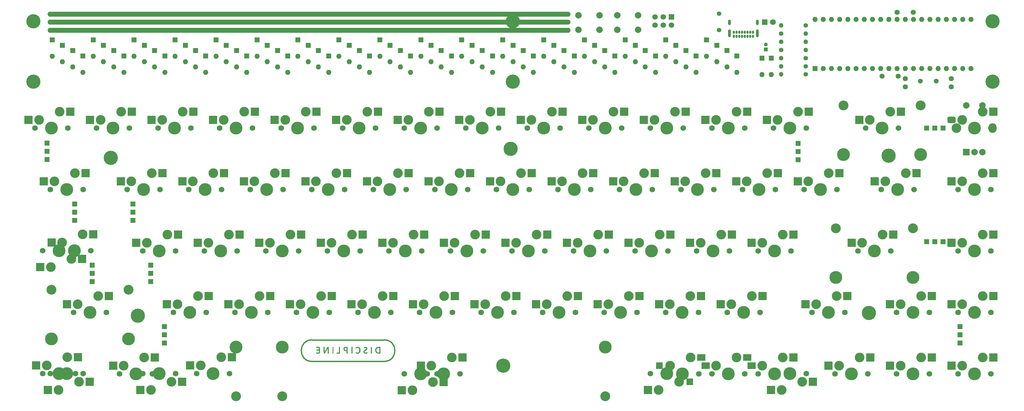
<source format=gbr>
%TF.GenerationSoftware,KiCad,Pcbnew,(6.0.6)*%
%TF.CreationDate,2023-05-08T18:10:17+05:30*%
%TF.ProjectId,discipline-pcb,64697363-6970-46c6-996e-652d7063622e,rev?*%
%TF.SameCoordinates,Original*%
%TF.FileFunction,Soldermask,Bot*%
%TF.FilePolarity,Negative*%
%FSLAX46Y46*%
G04 Gerber Fmt 4.6, Leading zero omitted, Abs format (unit mm)*
G04 Created by KiCad (PCBNEW (6.0.6)) date 2023-05-08 18:10:17*
%MOMM*%
%LPD*%
G01*
G04 APERTURE LIST*
G04 Aperture macros list*
%AMRoundRect*
0 Rectangle with rounded corners*
0 $1 Rounding radius*
0 $2 $3 $4 $5 $6 $7 $8 $9 X,Y pos of 4 corners*
0 Add a 4 corners polygon primitive as box body*
4,1,4,$2,$3,$4,$5,$6,$7,$8,$9,$2,$3,0*
0 Add four circle primitives for the rounded corners*
1,1,$1+$1,$2,$3*
1,1,$1+$1,$4,$5*
1,1,$1+$1,$6,$7*
1,1,$1+$1,$8,$9*
0 Add four rect primitives between the rounded corners*
20,1,$1+$1,$2,$3,$4,$5,0*
20,1,$1+$1,$4,$5,$6,$7,0*
20,1,$1+$1,$6,$7,$8,$9,0*
20,1,$1+$1,$8,$9,$2,$3,0*%
G04 Aperture macros list end*
%ADD10C,1.500000*%
%ADD11C,0.400000*%
%ADD12C,0.010000*%
%ADD13C,3.987800*%
%ADD14C,3.000000*%
%ADD15C,1.750000*%
%ADD16R,2.550000X2.500000*%
%ADD17RoundRect,0.500000X-0.775000X-0.500000X0.775000X-0.500000X0.775000X0.500000X-0.775000X0.500000X0*%
%ADD18C,3.048000*%
%ADD19C,4.400000*%
%ADD20R,1.600000X1.600000*%
%ADD21O,1.600000X1.600000*%
%ADD22C,1.400000*%
%ADD23O,1.400000X1.400000*%
%ADD24C,2.000000*%
%ADD25R,1.800000X1.800000*%
%ADD26C,1.800000*%
%ADD27R,1.200000X1.200000*%
%ADD28C,1.200000*%
%ADD29C,1.600000*%
%ADD30R,2.100000X2.100000*%
%ADD31R,2.550000X2.100000*%
%ADD32O,0.650000X1.000000*%
%ADD33O,0.900000X1.700000*%
%ADD34O,0.900000X2.400000*%
%ADD35C,1.500000*%
%ADD36R,1.700000X1.700000*%
%ADD37C,1.700000*%
%ADD38R,1.524000X1.524000*%
%ADD39R,2.000000X2.000000*%
%ADD40O,3.000000X3.000000*%
%ADD41O,2.500000X3.000000*%
G04 APERTURE END LIST*
D10*
X62883004Y-64469560D02*
X223254308Y-64469560D01*
X62883004Y-59503020D02*
X223254308Y-59503020D01*
X62883004Y-61986290D02*
X223254308Y-61986290D01*
D11*
%TO.C,G\u002A\u002A\u002A*%
X166325144Y-167154210D02*
X144025144Y-167154210D01*
X166305144Y-160474210D02*
X144025144Y-160474210D01*
X166335144Y-167154210D02*
G75*
G03*
X166335144Y-160474210I0J3340000D01*
G01*
X144035144Y-160474210D02*
G75*
G03*
X144035144Y-167154210I0J-3340000D01*
G01*
G36*
X156329656Y-162660967D02*
G01*
X156452085Y-162671099D01*
X156460760Y-163617489D01*
X156461248Y-163673761D01*
X156462669Y-163913418D01*
X156462931Y-164130761D01*
X156462095Y-164317194D01*
X156460224Y-164464122D01*
X156457379Y-164562951D01*
X156453623Y-164605085D01*
X156451013Y-164609863D01*
X156403405Y-164635741D01*
X156322518Y-164646292D01*
X156207226Y-164646292D01*
X156207226Y-162650834D01*
X156329656Y-162660967D01*
G37*
D12*
X156329656Y-162660967D02*
X156452085Y-162671099D01*
X156460760Y-163617489D01*
X156461248Y-163673761D01*
X156462669Y-163913418D01*
X156462931Y-164130761D01*
X156462095Y-164317194D01*
X156460224Y-164464122D01*
X156457379Y-164562951D01*
X156453623Y-164605085D01*
X156451013Y-164609863D01*
X156403405Y-164635741D01*
X156322518Y-164646292D01*
X156207226Y-164646292D01*
X156207226Y-162650834D01*
X156329656Y-162660967D01*
G36*
X147726475Y-162660833D02*
G01*
X147833062Y-162671099D01*
X147865710Y-164246351D01*
X148257483Y-163527999D01*
X148339741Y-163377872D01*
X148445656Y-163186666D01*
X148540674Y-163017470D01*
X148619765Y-162879148D01*
X148677901Y-162780561D01*
X148710050Y-162730572D01*
X148759094Y-162681279D01*
X148821471Y-162660739D01*
X148922261Y-162661298D01*
X149073679Y-162671099D01*
X149082323Y-163660800D01*
X149090966Y-164650501D01*
X148984379Y-164640235D01*
X148877792Y-164629968D01*
X148869054Y-163798057D01*
X148860315Y-162966146D01*
X148417744Y-163765409D01*
X148405926Y-163786732D01*
X148289105Y-163995362D01*
X148180508Y-164185608D01*
X148084740Y-164349678D01*
X148006403Y-164479783D01*
X147950103Y-164568132D01*
X147920441Y-164606936D01*
X147917123Y-164609338D01*
X147844999Y-164634566D01*
X147751442Y-164639583D01*
X147637175Y-164629968D01*
X147628531Y-163640268D01*
X147619887Y-162650567D01*
X147726475Y-162660833D01*
G37*
X147726475Y-162660833D02*
X147833062Y-162671099D01*
X147865710Y-164246351D01*
X148257483Y-163527999D01*
X148339741Y-163377872D01*
X148445656Y-163186666D01*
X148540674Y-163017470D01*
X148619765Y-162879148D01*
X148677901Y-162780561D01*
X148710050Y-162730572D01*
X148759094Y-162681279D01*
X148821471Y-162660739D01*
X148922261Y-162661298D01*
X149073679Y-162671099D01*
X149082323Y-163660800D01*
X149090966Y-164650501D01*
X148984379Y-164640235D01*
X148877792Y-164629968D01*
X148869054Y-163798057D01*
X148860315Y-162966146D01*
X148417744Y-163765409D01*
X148405926Y-163786732D01*
X148289105Y-163995362D01*
X148180508Y-164185608D01*
X148084740Y-164349678D01*
X148006403Y-164479783D01*
X147950103Y-164568132D01*
X147920441Y-164606936D01*
X147917123Y-164609338D01*
X147844999Y-164634566D01*
X147751442Y-164639583D01*
X147637175Y-164629968D01*
X147628531Y-163640268D01*
X147619887Y-162650567D01*
X147726475Y-162660833D01*
G36*
X165112911Y-163673092D02*
G01*
X165114265Y-163913086D01*
X165114372Y-164130992D01*
X165113305Y-164318171D01*
X165111141Y-164465980D01*
X165107953Y-164565780D01*
X165103818Y-164608931D01*
X165096591Y-164617610D01*
X165037341Y-164636671D01*
X164932077Y-164646834D01*
X164794618Y-164648785D01*
X164638781Y-164643212D01*
X164478383Y-164630801D01*
X164327241Y-164612240D01*
X164199174Y-164588215D01*
X164107998Y-164559414D01*
X163926600Y-164449859D01*
X163782652Y-164296471D01*
X163681188Y-164098167D01*
X163618869Y-163850102D01*
X163610806Y-163734335D01*
X163886448Y-163734335D01*
X163910112Y-163927864D01*
X163969737Y-164109937D01*
X164066807Y-164246591D01*
X164204697Y-164344300D01*
X164227373Y-164355341D01*
X164329965Y-164393063D01*
X164447425Y-164412346D01*
X164604633Y-164417758D01*
X164858897Y-164417758D01*
X164858897Y-162883310D01*
X164612990Y-162883310D01*
X164426331Y-162892618D01*
X164277628Y-162926035D01*
X164158409Y-162989823D01*
X164051728Y-163090229D01*
X163995265Y-163164100D01*
X163922865Y-163316878D01*
X163887629Y-163502917D01*
X163886448Y-163734335D01*
X163610806Y-163734335D01*
X163600760Y-163590101D01*
X163629620Y-163346453D01*
X163702555Y-163130150D01*
X163816407Y-162950535D01*
X163968020Y-162816950D01*
X163975173Y-162812457D01*
X164128105Y-162736457D01*
X164304699Y-162687634D01*
X164517808Y-162663531D01*
X164780284Y-162661693D01*
X165103756Y-162671099D01*
X165105702Y-162883310D01*
X165112431Y-163617489D01*
X165112911Y-163673092D01*
G37*
X165112911Y-163673092D02*
X165114265Y-163913086D01*
X165114372Y-164130992D01*
X165113305Y-164318171D01*
X165111141Y-164465980D01*
X165107953Y-164565780D01*
X165103818Y-164608931D01*
X165096591Y-164617610D01*
X165037341Y-164636671D01*
X164932077Y-164646834D01*
X164794618Y-164648785D01*
X164638781Y-164643212D01*
X164478383Y-164630801D01*
X164327241Y-164612240D01*
X164199174Y-164588215D01*
X164107998Y-164559414D01*
X163926600Y-164449859D01*
X163782652Y-164296471D01*
X163681188Y-164098167D01*
X163618869Y-163850102D01*
X163610806Y-163734335D01*
X163886448Y-163734335D01*
X163910112Y-163927864D01*
X163969737Y-164109937D01*
X164066807Y-164246591D01*
X164204697Y-164344300D01*
X164227373Y-164355341D01*
X164329965Y-164393063D01*
X164447425Y-164412346D01*
X164604633Y-164417758D01*
X164858897Y-164417758D01*
X164858897Y-162883310D01*
X164612990Y-162883310D01*
X164426331Y-162892618D01*
X164277628Y-162926035D01*
X164158409Y-162989823D01*
X164051728Y-163090229D01*
X163995265Y-163164100D01*
X163922865Y-163316878D01*
X163887629Y-163502917D01*
X163886448Y-163734335D01*
X163610806Y-163734335D01*
X163600760Y-163590101D01*
X163629620Y-163346453D01*
X163702555Y-163130150D01*
X163816407Y-162950535D01*
X163968020Y-162816950D01*
X163975173Y-162812457D01*
X164128105Y-162736457D01*
X164304699Y-162687634D01*
X164517808Y-162663531D01*
X164780284Y-162661693D01*
X165103756Y-162671099D01*
X165105702Y-162883310D01*
X165112431Y-163617489D01*
X165112911Y-163673092D01*
G36*
X145814376Y-162654779D02*
G01*
X146034918Y-162657231D01*
X146193908Y-162664409D01*
X146294802Y-162676565D01*
X146341057Y-162693953D01*
X146349475Y-162716699D01*
X146360386Y-162798616D01*
X146369158Y-162928651D01*
X146375798Y-163096495D01*
X146380309Y-163291842D01*
X146382695Y-163504386D01*
X146382961Y-163723818D01*
X146381110Y-163939834D01*
X146377148Y-164142124D01*
X146371078Y-164320384D01*
X146362905Y-164464305D01*
X146352632Y-164563582D01*
X146340265Y-164607907D01*
X146327528Y-164616111D01*
X146269615Y-164629900D01*
X146165499Y-164638059D01*
X146008869Y-164640947D01*
X145793414Y-164638922D01*
X145286532Y-164629968D01*
X145286532Y-164434081D01*
X146119052Y-164415807D01*
X146119052Y-163699506D01*
X145400800Y-163699506D01*
X145400800Y-163505828D01*
X145751764Y-163496561D01*
X146102728Y-163487295D01*
X146112115Y-163185303D01*
X146121502Y-162883310D01*
X145715672Y-162883310D01*
X145694926Y-162883300D01*
X145528478Y-162881902D01*
X145415438Y-162877197D01*
X145345058Y-162867835D01*
X145306590Y-162852466D01*
X145289285Y-162829739D01*
X145281579Y-162794519D01*
X145287992Y-162715472D01*
X145289449Y-162711174D01*
X145303281Y-162689070D01*
X145332655Y-162673607D01*
X145387521Y-162663614D01*
X145477829Y-162657925D01*
X145613528Y-162655368D01*
X145804568Y-162654776D01*
X145814376Y-162654779D01*
G37*
X145814376Y-162654779D02*
X146034918Y-162657231D01*
X146193908Y-162664409D01*
X146294802Y-162676565D01*
X146341057Y-162693953D01*
X146349475Y-162716699D01*
X146360386Y-162798616D01*
X146369158Y-162928651D01*
X146375798Y-163096495D01*
X146380309Y-163291842D01*
X146382695Y-163504386D01*
X146382961Y-163723818D01*
X146381110Y-163939834D01*
X146377148Y-164142124D01*
X146371078Y-164320384D01*
X146362905Y-164464305D01*
X146352632Y-164563582D01*
X146340265Y-164607907D01*
X146327528Y-164616111D01*
X146269615Y-164629900D01*
X146165499Y-164638059D01*
X146008869Y-164640947D01*
X145793414Y-164638922D01*
X145286532Y-164629968D01*
X145286532Y-164434081D01*
X146119052Y-164415807D01*
X146119052Y-163699506D01*
X145400800Y-163699506D01*
X145400800Y-163505828D01*
X145751764Y-163496561D01*
X146102728Y-163487295D01*
X146112115Y-163185303D01*
X146121502Y-162883310D01*
X145715672Y-162883310D01*
X145694926Y-162883300D01*
X145528478Y-162881902D01*
X145415438Y-162877197D01*
X145345058Y-162867835D01*
X145306590Y-162852466D01*
X145289285Y-162829739D01*
X145281579Y-162794519D01*
X145287992Y-162715472D01*
X145289449Y-162711174D01*
X145303281Y-162689070D01*
X145332655Y-162673607D01*
X145387521Y-162663614D01*
X145477829Y-162657925D01*
X145613528Y-162655368D01*
X145804568Y-162654776D01*
X145814376Y-162654779D01*
G36*
X152615967Y-163626798D02*
G01*
X152615882Y-163711488D01*
X152614684Y-163951478D01*
X152612215Y-164167387D01*
X152608662Y-164350974D01*
X152604212Y-164493994D01*
X152599050Y-164588205D01*
X152593365Y-164625364D01*
X152584530Y-164628668D01*
X152522200Y-164635199D01*
X152411792Y-164639315D01*
X152265492Y-164640682D01*
X152095486Y-164638967D01*
X151620208Y-164629968D01*
X151620208Y-164434081D01*
X152353722Y-164415629D01*
X152371108Y-162671099D01*
X152493537Y-162660967D01*
X152615967Y-162650834D01*
X152615967Y-163626798D01*
G37*
X152615967Y-163626798D02*
X152615882Y-163711488D01*
X152614684Y-163951478D01*
X152612215Y-164167387D01*
X152608662Y-164350974D01*
X152604212Y-164493994D01*
X152599050Y-164588205D01*
X152593365Y-164625364D01*
X152584530Y-164628668D01*
X152522200Y-164635199D01*
X152411792Y-164639315D01*
X152265492Y-164640682D01*
X152095486Y-164638967D01*
X151620208Y-164629968D01*
X151620208Y-164434081D01*
X152353722Y-164415629D01*
X152371108Y-162671099D01*
X152493537Y-162660967D01*
X152615967Y-162650834D01*
X152615967Y-163626798D01*
G36*
X154964628Y-163167721D02*
G01*
X154966172Y-163387409D01*
X154966609Y-163665414D01*
X154966576Y-163717340D01*
X154965551Y-163954668D01*
X154963232Y-164168760D01*
X154959811Y-164351203D01*
X154955479Y-164493586D01*
X154950426Y-164587498D01*
X154944844Y-164624527D01*
X154943370Y-164625812D01*
X154894923Y-164640319D01*
X154814253Y-164646292D01*
X154705427Y-164646292D01*
X154705427Y-163903782D01*
X154450225Y-163889009D01*
X154366147Y-163881960D01*
X154144328Y-163835080D01*
X153974128Y-163748994D01*
X153854154Y-163622394D01*
X153783009Y-163453977D01*
X153759299Y-163242436D01*
X153761913Y-163185561D01*
X154021132Y-163185561D01*
X154026708Y-163292377D01*
X154033096Y-163346643D01*
X154080919Y-163497595D01*
X154172297Y-163602535D01*
X154311229Y-163666725D01*
X154316399Y-163668137D01*
X154425690Y-163689223D01*
X154538225Y-163698293D01*
X154631662Y-163694686D01*
X154683662Y-163677740D01*
X154691947Y-163640207D01*
X154698950Y-163550448D01*
X154703686Y-163422368D01*
X154705427Y-163269643D01*
X154705427Y-162883310D01*
X154473627Y-162883310D01*
X154423184Y-162883466D01*
X154317530Y-162887790D01*
X154247496Y-162903537D01*
X154191221Y-162937956D01*
X154126842Y-162998296D01*
X154071603Y-163056290D01*
X154032974Y-163116034D01*
X154021132Y-163185561D01*
X153761913Y-163185561D01*
X153764624Y-163126571D01*
X153801397Y-162971445D01*
X153879408Y-162851186D01*
X154005997Y-162751175D01*
X154053149Y-162724684D01*
X154121607Y-162698121D01*
X154208260Y-162680525D01*
X154328807Y-162669015D01*
X154498950Y-162660711D01*
X154633129Y-162656887D01*
X154777155Y-162658270D01*
X154869382Y-162668250D01*
X154917510Y-162687318D01*
X154928045Y-162699996D01*
X154940377Y-162732690D01*
X154949851Y-162788836D01*
X154956817Y-162875408D01*
X154957124Y-162883310D01*
X154961626Y-162999379D01*
X154964628Y-163167721D01*
G37*
X154964628Y-163167721D02*
X154966172Y-163387409D01*
X154966609Y-163665414D01*
X154966576Y-163717340D01*
X154965551Y-163954668D01*
X154963232Y-164168760D01*
X154959811Y-164351203D01*
X154955479Y-164493586D01*
X154950426Y-164587498D01*
X154944844Y-164624527D01*
X154943370Y-164625812D01*
X154894923Y-164640319D01*
X154814253Y-164646292D01*
X154705427Y-164646292D01*
X154705427Y-163903782D01*
X154450225Y-163889009D01*
X154366147Y-163881960D01*
X154144328Y-163835080D01*
X153974128Y-163748994D01*
X153854154Y-163622394D01*
X153783009Y-163453977D01*
X153759299Y-163242436D01*
X153761913Y-163185561D01*
X154021132Y-163185561D01*
X154026708Y-163292377D01*
X154033096Y-163346643D01*
X154080919Y-163497595D01*
X154172297Y-163602535D01*
X154311229Y-163666725D01*
X154316399Y-163668137D01*
X154425690Y-163689223D01*
X154538225Y-163698293D01*
X154631662Y-163694686D01*
X154683662Y-163677740D01*
X154691947Y-163640207D01*
X154698950Y-163550448D01*
X154703686Y-163422368D01*
X154705427Y-163269643D01*
X154705427Y-162883310D01*
X154473627Y-162883310D01*
X154423184Y-162883466D01*
X154317530Y-162887790D01*
X154247496Y-162903537D01*
X154191221Y-162937956D01*
X154126842Y-162998296D01*
X154071603Y-163056290D01*
X154032974Y-163116034D01*
X154021132Y-163185561D01*
X153761913Y-163185561D01*
X153764624Y-163126571D01*
X153801397Y-162971445D01*
X153879408Y-162851186D01*
X154005997Y-162751175D01*
X154053149Y-162724684D01*
X154121607Y-162698121D01*
X154208260Y-162680525D01*
X154328807Y-162669015D01*
X154498950Y-162660711D01*
X154633129Y-162656887D01*
X154777155Y-162658270D01*
X154869382Y-162668250D01*
X154917510Y-162687318D01*
X154928045Y-162699996D01*
X154940377Y-162732690D01*
X154949851Y-162788836D01*
X154956817Y-162875408D01*
X154957124Y-162883310D01*
X154961626Y-162999379D01*
X154964628Y-163167721D01*
G36*
X162467958Y-163617489D02*
G01*
X162468441Y-163673398D01*
X162469827Y-163913238D01*
X162470004Y-164130887D01*
X162469043Y-164317724D01*
X162467013Y-164465130D01*
X162463982Y-164564485D01*
X162460021Y-164607170D01*
X162423078Y-164635155D01*
X162337078Y-164640216D01*
X162230748Y-164629968D01*
X162230748Y-162671099D01*
X162459283Y-162671099D01*
X162467958Y-163617489D01*
G37*
X162467958Y-163617489D02*
X162468441Y-163673398D01*
X162469827Y-163913238D01*
X162470004Y-164130887D01*
X162469043Y-164317724D01*
X162467013Y-164465130D01*
X162463982Y-164564485D01*
X162460021Y-164607170D01*
X162423078Y-164635155D01*
X162337078Y-164640216D01*
X162230748Y-164629968D01*
X162230748Y-162671099D01*
X162459283Y-162671099D01*
X162467958Y-163617489D01*
G36*
X158394655Y-162687333D02*
G01*
X158586516Y-162789979D01*
X158699359Y-162897078D01*
X158815123Y-163078068D01*
X158896236Y-163300088D01*
X158937841Y-163552590D01*
X158938822Y-163799878D01*
X158897561Y-164050050D01*
X158814756Y-164266117D01*
X158693729Y-164441890D01*
X158537799Y-164571180D01*
X158350288Y-164647796D01*
X158244618Y-164665847D01*
X158055395Y-164669959D01*
X157869350Y-164643959D01*
X157706153Y-164591254D01*
X157585478Y-164515256D01*
X157565744Y-164492776D01*
X157529579Y-164421166D01*
X157512684Y-164343086D01*
X157518111Y-164280286D01*
X157548909Y-164254519D01*
X157551220Y-164254634D01*
X157603164Y-164274662D01*
X157674782Y-164318677D01*
X157776751Y-164378891D01*
X157956897Y-164435479D01*
X158137995Y-164438527D01*
X158307800Y-164390362D01*
X158454067Y-164293309D01*
X158564552Y-164149694D01*
X158586015Y-164106793D01*
X158613343Y-164033021D01*
X158629527Y-163946696D01*
X158637283Y-163830258D01*
X158639326Y-163666152D01*
X158638419Y-163536793D01*
X158632723Y-163412270D01*
X158619110Y-163320306D01*
X158594535Y-163242415D01*
X158555951Y-163160111D01*
X158496213Y-163061565D01*
X158373017Y-162938547D01*
X158219538Y-162872186D01*
X158030294Y-162859344D01*
X158009659Y-162860803D01*
X157849010Y-162891158D01*
X157710835Y-162959858D01*
X157660679Y-162991031D01*
X157575871Y-163026512D01*
X157528111Y-163012693D01*
X157513139Y-162949349D01*
X157525844Y-162860616D01*
X157578113Y-162784344D01*
X157682638Y-162716878D01*
X157741356Y-162690119D01*
X157954214Y-162635959D01*
X158177934Y-162635512D01*
X158394655Y-162687333D01*
G37*
X158394655Y-162687333D02*
X158586516Y-162789979D01*
X158699359Y-162897078D01*
X158815123Y-163078068D01*
X158896236Y-163300088D01*
X158937841Y-163552590D01*
X158938822Y-163799878D01*
X158897561Y-164050050D01*
X158814756Y-164266117D01*
X158693729Y-164441890D01*
X158537799Y-164571180D01*
X158350288Y-164647796D01*
X158244618Y-164665847D01*
X158055395Y-164669959D01*
X157869350Y-164643959D01*
X157706153Y-164591254D01*
X157585478Y-164515256D01*
X157565744Y-164492776D01*
X157529579Y-164421166D01*
X157512684Y-164343086D01*
X157518111Y-164280286D01*
X157548909Y-164254519D01*
X157551220Y-164254634D01*
X157603164Y-164274662D01*
X157674782Y-164318677D01*
X157776751Y-164378891D01*
X157956897Y-164435479D01*
X158137995Y-164438527D01*
X158307800Y-164390362D01*
X158454067Y-164293309D01*
X158564552Y-164149694D01*
X158586015Y-164106793D01*
X158613343Y-164033021D01*
X158629527Y-163946696D01*
X158637283Y-163830258D01*
X158639326Y-163666152D01*
X158638419Y-163536793D01*
X158632723Y-163412270D01*
X158619110Y-163320306D01*
X158594535Y-163242415D01*
X158555951Y-163160111D01*
X158496213Y-163061565D01*
X158373017Y-162938547D01*
X158219538Y-162872186D01*
X158030294Y-162859344D01*
X158009659Y-162860803D01*
X157849010Y-162891158D01*
X157710835Y-162959858D01*
X157660679Y-162991031D01*
X157575871Y-163026512D01*
X157528111Y-163012693D01*
X157513139Y-162949349D01*
X157525844Y-162860616D01*
X157578113Y-162784344D01*
X157682638Y-162716878D01*
X157741356Y-162690119D01*
X157954214Y-162635959D01*
X158177934Y-162635512D01*
X158394655Y-162687333D01*
G36*
X150591802Y-164650234D02*
G01*
X150346944Y-164629968D01*
X150346944Y-162671099D01*
X150469373Y-162660967D01*
X150591802Y-162650834D01*
X150591802Y-164650234D01*
G37*
X150591802Y-164650234D02*
X150346944Y-164629968D01*
X150346944Y-162671099D01*
X150469373Y-162660967D01*
X150591802Y-162650834D01*
X150591802Y-164650234D01*
G36*
X160569122Y-162631877D02*
G01*
X160665380Y-162646681D01*
X160842339Y-162710107D01*
X160969422Y-162815336D01*
X161046077Y-162961799D01*
X161071751Y-163148930D01*
X161071701Y-163159409D01*
X161057855Y-163297144D01*
X161013799Y-163411095D01*
X160931324Y-163511457D01*
X160802221Y-163608427D01*
X160618283Y-163712201D01*
X160576322Y-163734206D01*
X160399495Y-163838044D01*
X160279731Y-163932090D01*
X160211747Y-164021260D01*
X160190260Y-164110470D01*
X160192267Y-164148378D01*
X160233993Y-164274064D01*
X160322175Y-164367761D01*
X160446829Y-164426186D01*
X160597972Y-164446056D01*
X160765621Y-164424087D01*
X160939792Y-164356995D01*
X160983487Y-164335935D01*
X161061885Y-164307535D01*
X161106550Y-164304820D01*
X161111144Y-164308359D01*
X161132748Y-164361057D01*
X161133370Y-164437173D01*
X161112061Y-164502652D01*
X161109427Y-164506351D01*
X161045629Y-164558593D01*
X160943481Y-164610095D01*
X160826892Y-164648620D01*
X160636489Y-164675603D01*
X160426856Y-164660265D01*
X160239843Y-164598390D01*
X160086250Y-164493769D01*
X159976876Y-164350194D01*
X159971011Y-164338078D01*
X159937654Y-164214800D01*
X159930175Y-164068767D01*
X159947881Y-163927832D01*
X159990080Y-163819849D01*
X160073448Y-163724770D01*
X160236766Y-163606298D01*
X160463980Y-163490354D01*
X160583396Y-163431459D01*
X160713307Y-163340158D01*
X160787179Y-163240997D01*
X160810568Y-163128169D01*
X160800786Y-163052629D01*
X160743677Y-162948617D01*
X160645003Y-162878974D01*
X160515671Y-162847564D01*
X160366587Y-162858251D01*
X160208658Y-162914901D01*
X160175184Y-162930900D01*
X160098499Y-162958916D01*
X160054840Y-162961945D01*
X160035111Y-162931595D01*
X160028328Y-162857763D01*
X160046194Y-162773391D01*
X160088420Y-162728554D01*
X160180909Y-162684296D01*
X160303980Y-162650150D01*
X160439446Y-162631036D01*
X160569122Y-162631877D01*
G37*
X160569122Y-162631877D02*
X160665380Y-162646681D01*
X160842339Y-162710107D01*
X160969422Y-162815336D01*
X161046077Y-162961799D01*
X161071751Y-163148930D01*
X161071701Y-163159409D01*
X161057855Y-163297144D01*
X161013799Y-163411095D01*
X160931324Y-163511457D01*
X160802221Y-163608427D01*
X160618283Y-163712201D01*
X160576322Y-163734206D01*
X160399495Y-163838044D01*
X160279731Y-163932090D01*
X160211747Y-164021260D01*
X160190260Y-164110470D01*
X160192267Y-164148378D01*
X160233993Y-164274064D01*
X160322175Y-164367761D01*
X160446829Y-164426186D01*
X160597972Y-164446056D01*
X160765621Y-164424087D01*
X160939792Y-164356995D01*
X160983487Y-164335935D01*
X161061885Y-164307535D01*
X161106550Y-164304820D01*
X161111144Y-164308359D01*
X161132748Y-164361057D01*
X161133370Y-164437173D01*
X161112061Y-164502652D01*
X161109427Y-164506351D01*
X161045629Y-164558593D01*
X160943481Y-164610095D01*
X160826892Y-164648620D01*
X160636489Y-164675603D01*
X160426856Y-164660265D01*
X160239843Y-164598390D01*
X160086250Y-164493769D01*
X159976876Y-164350194D01*
X159971011Y-164338078D01*
X159937654Y-164214800D01*
X159930175Y-164068767D01*
X159947881Y-163927832D01*
X159990080Y-163819849D01*
X160073448Y-163724770D01*
X160236766Y-163606298D01*
X160463980Y-163490354D01*
X160583396Y-163431459D01*
X160713307Y-163340158D01*
X160787179Y-163240997D01*
X160810568Y-163128169D01*
X160800786Y-163052629D01*
X160743677Y-162948617D01*
X160645003Y-162878974D01*
X160515671Y-162847564D01*
X160366587Y-162858251D01*
X160208658Y-162914901D01*
X160175184Y-162930900D01*
X160098499Y-162958916D01*
X160054840Y-162961945D01*
X160035111Y-162931595D01*
X160028328Y-162857763D01*
X160046194Y-162773391D01*
X160088420Y-162728554D01*
X160180909Y-162684296D01*
X160303980Y-162650150D01*
X160439446Y-162631036D01*
X160569122Y-162631877D01*
%TD*%
D13*
%TO.C,SW1*%
X63338710Y-94771210D03*
D14*
X65878710Y-89691210D03*
D15*
X58258710Y-94771210D03*
X68418710Y-94771210D03*
D14*
X59528710Y-92231210D03*
D16*
X69180710Y-89691210D03*
X56253710Y-92231210D03*
%TD*%
D15*
%TO.C,SW2*%
X77308710Y-94771210D03*
D13*
X82388710Y-94771210D03*
D15*
X87468710Y-94771210D03*
D14*
X78578710Y-92231210D03*
X84928710Y-89691210D03*
D16*
X88230710Y-89691210D03*
X75303710Y-92231210D03*
%TD*%
D15*
%TO.C,SW3*%
X106518710Y-94771210D03*
D14*
X97628710Y-92231210D03*
D15*
X96358710Y-94771210D03*
D13*
X101438710Y-94771210D03*
D14*
X103978710Y-89691210D03*
D16*
X107280710Y-89691210D03*
X94353710Y-92231210D03*
%TD*%
D15*
%TO.C,SW4*%
X125568710Y-94771210D03*
D14*
X116678710Y-92231210D03*
X123028710Y-89691210D03*
D13*
X120488710Y-94771210D03*
D15*
X115408710Y-94771210D03*
D16*
X126330710Y-89691210D03*
X113403710Y-92231210D03*
%TD*%
D13*
%TO.C,SW5*%
X139538710Y-94771210D03*
D15*
X134458710Y-94771210D03*
X144618710Y-94771210D03*
D14*
X142078710Y-89691210D03*
X135728710Y-92231210D03*
D16*
X145380710Y-89691210D03*
X132453710Y-92231210D03*
%TD*%
D15*
%TO.C,SW6*%
X163668710Y-94771210D03*
D14*
X161128710Y-89691210D03*
D13*
X158588710Y-94771210D03*
D14*
X154778710Y-92231210D03*
D15*
X153508710Y-94771210D03*
D16*
X164430710Y-89691210D03*
X151503710Y-92231210D03*
%TD*%
D13*
%TO.C,SW7*%
X177638710Y-94771210D03*
D14*
X173828710Y-92231210D03*
X180178710Y-89691210D03*
D15*
X172558710Y-94771210D03*
X182718710Y-94771210D03*
D16*
X183480710Y-89691210D03*
X170553710Y-92231210D03*
%TD*%
D14*
%TO.C,SW8*%
X192878710Y-92231210D03*
D13*
X196688710Y-94771210D03*
D15*
X201768710Y-94771210D03*
D14*
X199228710Y-89691210D03*
D15*
X191608710Y-94771210D03*
D16*
X202530710Y-89691210D03*
X189603710Y-92231210D03*
%TD*%
D14*
%TO.C,SW9*%
X218278710Y-89691210D03*
D13*
X215738710Y-94771210D03*
D15*
X210658710Y-94771210D03*
X220818710Y-94771210D03*
D14*
X211928710Y-92231210D03*
D16*
X221580710Y-89691210D03*
X208653710Y-92231210D03*
%TD*%
D15*
%TO.C,SW10*%
X239868710Y-94771210D03*
D13*
X234788710Y-94771210D03*
D15*
X229708710Y-94771210D03*
D14*
X237328710Y-89691210D03*
X230978710Y-92231210D03*
D16*
X240630710Y-89691210D03*
X227703710Y-92231210D03*
%TD*%
D14*
%TO.C,SW11*%
X256378710Y-89691210D03*
D15*
X248758710Y-94771210D03*
D14*
X250028710Y-92231210D03*
D15*
X258918710Y-94771210D03*
D13*
X253838710Y-94771210D03*
D16*
X259680710Y-89691210D03*
X246753710Y-92231210D03*
%TD*%
D13*
%TO.C,SW12*%
X272888710Y-94771210D03*
D14*
X269078710Y-92231210D03*
X275428710Y-89691210D03*
D15*
X277968710Y-94771210D03*
X267808710Y-94771210D03*
D16*
X278730710Y-89691210D03*
X265803710Y-92231210D03*
%TD*%
D14*
%TO.C,SW13*%
X288128710Y-92231210D03*
X294478710Y-89691210D03*
D15*
X297018710Y-94771210D03*
X286858710Y-94771210D03*
D13*
X291938710Y-94771210D03*
D16*
X297780710Y-89691210D03*
X284853710Y-92231210D03*
%TD*%
D15*
%TO.C,SW15*%
X354168710Y-94771210D03*
D14*
X345278710Y-92231210D03*
D15*
X344008710Y-94771210D03*
D14*
X351628710Y-89691210D03*
D13*
X349088710Y-94771210D03*
D16*
X354930710Y-89691210D03*
D17*
X342003710Y-92231210D03*
%TD*%
D13*
%TO.C,SW17*%
X91913710Y-113821210D03*
D14*
X94453710Y-108741210D03*
D15*
X96993710Y-113821210D03*
D14*
X88103710Y-111281210D03*
D15*
X86833710Y-113821210D03*
D16*
X97755710Y-108741210D03*
X84828710Y-111281210D03*
%TD*%
D15*
%TO.C,SW18*%
X105883710Y-113821210D03*
D13*
X110963710Y-113821210D03*
D14*
X113503710Y-108741210D03*
D15*
X116043710Y-113821210D03*
D14*
X107153710Y-111281210D03*
D16*
X116805710Y-108741210D03*
X103878710Y-111281210D03*
%TD*%
D14*
%TO.C,SW19*%
X132553710Y-108741210D03*
X126203710Y-111281210D03*
D13*
X130013710Y-113821210D03*
D15*
X135093710Y-113821210D03*
X124933710Y-113821210D03*
D16*
X135855710Y-108741210D03*
X122928710Y-111281210D03*
%TD*%
D13*
%TO.C,SW20*%
X149063710Y-113821210D03*
D15*
X143983710Y-113821210D03*
D14*
X151603710Y-108741210D03*
D15*
X154143710Y-113821210D03*
D14*
X145253710Y-111281210D03*
D16*
X154905710Y-108741210D03*
X141978710Y-111281210D03*
%TD*%
D14*
%TO.C,SW21*%
X164303710Y-111281210D03*
D13*
X168113710Y-113821210D03*
D15*
X163033710Y-113821210D03*
D14*
X170653710Y-108741210D03*
D15*
X173193710Y-113821210D03*
D16*
X173955710Y-108741210D03*
X161028710Y-111281210D03*
%TD*%
D13*
%TO.C,SW22*%
X187163710Y-113821210D03*
D14*
X189703710Y-108741210D03*
D15*
X192243710Y-113821210D03*
X182083710Y-113821210D03*
D14*
X183353710Y-111281210D03*
D16*
X193005710Y-108741210D03*
X180078710Y-111281210D03*
%TD*%
D14*
%TO.C,SW23*%
X208753710Y-108741210D03*
D15*
X201133710Y-113821210D03*
X211293710Y-113821210D03*
D14*
X202403710Y-111281210D03*
D13*
X206213710Y-113821210D03*
D16*
X212055710Y-108741210D03*
X199128710Y-111281210D03*
%TD*%
D14*
%TO.C,SW24*%
X221453710Y-111281210D03*
X227803710Y-108741210D03*
D13*
X225263710Y-113821210D03*
D15*
X220183710Y-113821210D03*
X230343710Y-113821210D03*
D16*
X231105710Y-108741210D03*
X218178710Y-111281210D03*
%TD*%
D15*
%TO.C,SW25*%
X239233710Y-113821210D03*
D14*
X246853710Y-108741210D03*
D13*
X244313710Y-113821210D03*
D15*
X249393710Y-113821210D03*
D14*
X240503710Y-111281210D03*
D16*
X250155710Y-108741210D03*
X237228710Y-111281210D03*
%TD*%
D15*
%TO.C,SW26*%
X258283710Y-113821210D03*
D13*
X263363710Y-113821210D03*
D14*
X265903710Y-108741210D03*
X259553710Y-111281210D03*
D15*
X268443710Y-113821210D03*
D16*
X269205710Y-108741210D03*
X256278710Y-111281210D03*
%TD*%
D15*
%TO.C,SW27*%
X277333710Y-113821210D03*
D14*
X278603710Y-111281210D03*
D13*
X282413710Y-113821210D03*
D15*
X287493710Y-113821210D03*
D14*
X284953710Y-108741210D03*
D16*
X288255710Y-108741210D03*
X275328710Y-111281210D03*
%TD*%
D14*
%TO.C,SW28*%
X297653710Y-111281210D03*
D13*
X301463710Y-113821210D03*
D14*
X304003710Y-108741210D03*
D15*
X296383710Y-113821210D03*
X306543710Y-113821210D03*
D16*
X307305710Y-108741210D03*
X294378710Y-111281210D03*
%TD*%
D14*
%TO.C,SW30*%
X345278710Y-111281210D03*
X351628710Y-108741210D03*
D15*
X344008710Y-113821210D03*
X354168710Y-113821210D03*
D13*
X349088710Y-113821210D03*
D16*
X354930710Y-108741210D03*
X342003710Y-111281210D03*
%TD*%
D15*
%TO.C,SW32*%
X101756210Y-132871210D03*
X91596210Y-132871210D03*
D14*
X99216210Y-127791210D03*
X92866210Y-130331210D03*
D13*
X96676210Y-132871210D03*
D16*
X102518210Y-127791210D03*
X89591210Y-130331210D03*
%TD*%
D14*
%TO.C,SW33*%
X118266210Y-127791210D03*
D13*
X115726210Y-132871210D03*
D15*
X120806210Y-132871210D03*
X110646210Y-132871210D03*
D14*
X111916210Y-130331210D03*
D16*
X121568210Y-127791210D03*
X108641210Y-130331210D03*
%TD*%
D14*
%TO.C,SW34*%
X130966210Y-130331210D03*
X137316210Y-127791210D03*
D13*
X134776210Y-132871210D03*
D15*
X129696210Y-132871210D03*
X139856210Y-132871210D03*
D16*
X140618210Y-127791210D03*
X127691210Y-130331210D03*
%TD*%
D15*
%TO.C,SW35*%
X148745710Y-132871210D03*
D14*
X150015710Y-130331210D03*
D15*
X158905710Y-132871210D03*
D14*
X156365710Y-127791210D03*
D13*
X153825710Y-132871210D03*
D16*
X159667710Y-127791210D03*
X146740710Y-130331210D03*
%TD*%
D15*
%TO.C,SW36*%
X177955710Y-132871210D03*
D13*
X172875710Y-132871210D03*
D15*
X167795710Y-132871210D03*
D14*
X169065710Y-130331210D03*
X175415710Y-127791210D03*
D16*
X178717710Y-127791210D03*
X165790710Y-130331210D03*
%TD*%
D14*
%TO.C,SW37*%
X194465710Y-127791210D03*
D15*
X197005710Y-132871210D03*
D14*
X188115710Y-130331210D03*
D13*
X191925710Y-132871210D03*
D15*
X186845710Y-132871210D03*
D16*
X197767710Y-127791210D03*
X184840710Y-130331210D03*
%TD*%
D14*
%TO.C,SW38*%
X207165710Y-130331210D03*
D15*
X205895710Y-132871210D03*
D14*
X213515710Y-127791210D03*
D15*
X216055710Y-132871210D03*
D13*
X210975710Y-132871210D03*
D16*
X216817710Y-127791210D03*
X203890710Y-130331210D03*
%TD*%
D14*
%TO.C,SW39*%
X232565710Y-127791210D03*
D15*
X235105710Y-132871210D03*
D13*
X230025710Y-132871210D03*
D15*
X224945710Y-132871210D03*
D14*
X226215710Y-130331210D03*
D16*
X235867710Y-127791210D03*
X222940710Y-130331210D03*
%TD*%
D15*
%TO.C,SW40*%
X243995710Y-132871210D03*
D14*
X251615710Y-127791210D03*
X245265710Y-130331210D03*
D15*
X254155710Y-132871210D03*
D13*
X249075710Y-132871210D03*
D16*
X254917710Y-127791210D03*
X241990710Y-130331210D03*
%TD*%
D15*
%TO.C,SW41*%
X273205710Y-132871210D03*
X263045710Y-132871210D03*
D13*
X268125710Y-132871210D03*
D14*
X264315710Y-130331210D03*
X270665710Y-127791210D03*
D16*
X273967710Y-127791210D03*
X261040710Y-130331210D03*
%TD*%
D14*
%TO.C,SW42*%
X289715710Y-127791210D03*
X283365710Y-130331210D03*
D13*
X287175710Y-132871210D03*
D15*
X292255710Y-132871210D03*
X282095710Y-132871210D03*
D16*
X293017710Y-127791210D03*
X280090710Y-130331210D03*
%TD*%
D14*
%TO.C,SW44*%
X351628710Y-127791210D03*
D15*
X344008710Y-132871210D03*
D14*
X345278710Y-130331210D03*
D15*
X354168710Y-132871210D03*
D13*
X349088710Y-132871210D03*
D16*
X354930710Y-127791210D03*
X342003710Y-130331210D03*
%TD*%
D14*
%TO.C,SW46*%
X108741210Y-146841210D03*
D15*
X101121210Y-151921210D03*
X111281210Y-151921210D03*
D14*
X102391210Y-149381210D03*
D13*
X106201210Y-151921210D03*
D16*
X112043210Y-146841210D03*
X99116210Y-149381210D03*
%TD*%
D14*
%TO.C,SW47*%
X127791210Y-146841210D03*
X121441210Y-149381210D03*
D13*
X125251210Y-151921210D03*
D15*
X120171210Y-151921210D03*
X130331210Y-151921210D03*
D16*
X131093210Y-146841210D03*
X118166210Y-149381210D03*
%TD*%
D14*
%TO.C,SW48*%
X146841210Y-146841210D03*
D15*
X139221210Y-151921210D03*
D14*
X140491210Y-149381210D03*
D13*
X144301210Y-151921210D03*
D15*
X149381210Y-151921210D03*
D16*
X150143210Y-146841210D03*
X137216210Y-149381210D03*
%TD*%
D15*
%TO.C,SW49*%
X158271710Y-151921210D03*
D14*
X159541710Y-149381210D03*
D13*
X163351710Y-151921210D03*
D15*
X168431710Y-151921210D03*
D14*
X165891710Y-146841210D03*
D16*
X169193710Y-146841210D03*
X156266710Y-149381210D03*
%TD*%
D15*
%TO.C,SW50*%
X177321710Y-151921210D03*
D14*
X184941710Y-146841210D03*
D15*
X187481710Y-151921210D03*
D14*
X178591710Y-149381210D03*
D13*
X182401710Y-151921210D03*
D16*
X188243710Y-146841210D03*
X175316710Y-149381210D03*
%TD*%
D13*
%TO.C,SW51*%
X201451710Y-151921210D03*
D14*
X197641710Y-149381210D03*
X203991710Y-146841210D03*
D15*
X196371710Y-151921210D03*
X206531710Y-151921210D03*
D16*
X207293710Y-146841210D03*
X194366710Y-149381210D03*
%TD*%
D14*
%TO.C,SW52*%
X216691710Y-149381210D03*
D13*
X220501710Y-151921210D03*
D15*
X215421710Y-151921210D03*
X225581710Y-151921210D03*
D14*
X223041710Y-146841210D03*
D16*
X226343710Y-146841210D03*
X213416710Y-149381210D03*
%TD*%
D13*
%TO.C,SW53*%
X239551710Y-151921210D03*
D14*
X235741710Y-149381210D03*
D15*
X234471710Y-151921210D03*
D14*
X242091710Y-146841210D03*
D15*
X244631710Y-151921210D03*
D16*
X245393710Y-146841210D03*
X232466710Y-149381210D03*
%TD*%
D14*
%TO.C,SW54*%
X254791710Y-149381210D03*
D13*
X258601710Y-151921210D03*
D14*
X261141710Y-146841210D03*
D15*
X253521710Y-151921210D03*
X263681710Y-151921210D03*
D16*
X264443710Y-146841210D03*
X251516710Y-149381210D03*
%TD*%
D15*
%TO.C,SW55*%
X282731710Y-151921210D03*
X272571710Y-151921210D03*
D14*
X280191710Y-146841210D03*
D13*
X277651710Y-151921210D03*
D14*
X273841710Y-149381210D03*
D16*
X283493710Y-146841210D03*
X270566710Y-149381210D03*
%TD*%
D14*
%TO.C,SW57*%
X332578710Y-146841210D03*
D15*
X324958710Y-151921210D03*
D14*
X326228710Y-149381210D03*
D15*
X335118710Y-151921210D03*
D13*
X330038710Y-151921210D03*
D16*
X335880710Y-146841210D03*
X322953710Y-149381210D03*
%TD*%
D14*
%TO.C,SW58*%
X351628710Y-146841210D03*
X345278710Y-149381210D03*
D15*
X354168710Y-151921210D03*
D13*
X349088710Y-151921210D03*
D15*
X344008710Y-151921210D03*
D16*
X354930710Y-146841210D03*
X342003710Y-149381210D03*
%TD*%
D14*
%TO.C,SW62*%
X187322710Y-165891210D03*
D13*
X184782710Y-170971210D03*
D14*
X180972710Y-168431210D03*
D15*
X189862710Y-170971210D03*
X179702710Y-170971210D03*
D16*
X190624710Y-165891210D03*
X177697710Y-168431210D03*
%TD*%
D15*
%TO.C,SW65*%
X316068710Y-170971210D03*
D13*
X310988710Y-170971210D03*
D15*
X305908710Y-170971210D03*
D14*
X313528710Y-165891210D03*
X307178710Y-168431210D03*
D16*
X316830710Y-165891210D03*
X303903710Y-168431210D03*
%TD*%
D15*
%TO.C,SW66*%
X324958710Y-170971210D03*
X335118710Y-170971210D03*
D13*
X330038710Y-170971210D03*
D14*
X326228710Y-168431210D03*
X332578710Y-165891210D03*
D16*
X335880710Y-165891210D03*
X322953710Y-168431210D03*
%TD*%
D13*
%TO.C,SW67*%
X349088710Y-170971210D03*
D14*
X345278710Y-168431210D03*
D15*
X344008710Y-170971210D03*
D14*
X351628710Y-165891210D03*
D15*
X354168710Y-170971210D03*
D16*
X354930710Y-165891210D03*
X342003710Y-168431210D03*
%TD*%
D15*
%TO.C,SW14*%
X325593710Y-94771210D03*
D14*
X316703710Y-92231210D03*
X323053710Y-89691210D03*
D13*
X320513710Y-94771210D03*
X332451710Y-103026210D03*
D15*
X315433710Y-94771210D03*
D18*
X308575710Y-87786210D03*
D13*
X308575710Y-103026210D03*
D18*
X332451710Y-87786210D03*
D16*
X326355710Y-89691210D03*
X313428710Y-92231210D03*
%TD*%
D13*
%TO.C,SW29*%
X325275710Y-113821210D03*
D15*
X320195710Y-113821210D03*
D14*
X327815710Y-108741210D03*
X321465710Y-111281210D03*
D15*
X330355710Y-113821210D03*
D16*
X331117710Y-108741210D03*
X318190710Y-111281210D03*
%TD*%
D13*
%TO.C,SW31*%
X70482510Y-132861080D03*
D14*
X66672510Y-130321080D03*
D15*
X75562510Y-132861080D03*
D14*
X73022510Y-127781080D03*
D15*
X65402510Y-132861080D03*
D16*
X76324510Y-127781080D03*
X63397510Y-130321080D03*
%TD*%
D14*
%TO.C,SW43*%
X314322710Y-130331210D03*
D15*
X323212710Y-132871210D03*
D18*
X306194710Y-125886210D03*
D14*
X320672710Y-127791210D03*
D18*
X330070710Y-125886210D03*
D13*
X330070710Y-141126210D03*
X318132710Y-132871210D03*
X306194710Y-141126210D03*
D15*
X313052710Y-132871210D03*
D16*
X323974710Y-127791210D03*
X311047710Y-130331210D03*
%TD*%
D14*
%TO.C,SW45*%
X71434910Y-149381210D03*
D15*
X80324910Y-151921210D03*
D13*
X75244910Y-151921210D03*
D15*
X70164910Y-151921210D03*
D18*
X87182910Y-144936210D03*
D13*
X87182910Y-160176210D03*
D18*
X63306910Y-144936210D03*
D13*
X63306910Y-160176210D03*
D14*
X77784910Y-146841210D03*
D16*
X81086910Y-146841210D03*
X68159910Y-149381210D03*
%TD*%
D14*
%TO.C,SW56*%
X300034710Y-149381210D03*
D15*
X308924710Y-151921210D03*
D13*
X303844710Y-151921210D03*
D14*
X306384710Y-146841210D03*
D15*
X298764710Y-151921210D03*
D16*
X309686710Y-146841210D03*
X296759710Y-149381210D03*
%TD*%
D14*
%TO.C,SW59*%
X68259910Y-165881080D03*
D15*
X70799910Y-170961080D03*
X60639910Y-170961080D03*
D13*
X65719910Y-170961080D03*
D14*
X61909910Y-168421080D03*
D16*
X58634910Y-168421080D03*
X71561910Y-165881080D03*
%TD*%
D15*
%TO.C,SW60*%
X84452510Y-170971210D03*
D13*
X89532510Y-170971210D03*
D15*
X94612510Y-170971210D03*
D14*
X92072510Y-165891210D03*
X85722510Y-168431210D03*
D16*
X82447510Y-168431210D03*
X95374510Y-165891210D03*
%TD*%
D15*
%TO.C,SW61*%
X108264910Y-170961080D03*
D14*
X109534910Y-168421080D03*
D13*
X113344910Y-170961080D03*
D14*
X115884910Y-165881080D03*
D15*
X118424910Y-170961080D03*
D16*
X106259910Y-168421080D03*
X119186910Y-165881080D03*
%TD*%
D19*
%TO.C,REF\u002A\u002A*%
X57766382Y-80444750D03*
%TD*%
%TO.C,REF\u002A\u002A*%
X57766382Y-61694750D03*
%TD*%
%TO.C,REF\u002A\u002A*%
X354660309Y-61694750D03*
%TD*%
%TO.C,REF\u002A\u002A*%
X354660309Y-80444750D03*
%TD*%
%TO.C,REF\u002A\u002A*%
X203200000Y-168452800D03*
%TD*%
%TO.C,REF\u002A\u002A*%
X81762600Y-104013000D03*
%TD*%
%TO.C,REF\u002A\u002A*%
X322478400Y-103327200D03*
%TD*%
%TO.C,REF\u002A\u002A*%
X205511400Y-101219000D03*
%TD*%
%TO.C,REF\u002A\u002A*%
X316382400Y-152120600D03*
%TD*%
D18*
%TO.C,ST72*%
X234817573Y-177966640D03*
D13*
X120517573Y-162726640D03*
X234817573Y-162726640D03*
D18*
X120517573Y-177966640D03*
%TD*%
D19*
%TO.C,REF\u002A\u002A*%
X90144600Y-152984200D03*
%TD*%
D13*
%TO.C,SW68*%
X291978988Y-170961080D03*
D14*
X289438988Y-176041080D03*
X295788988Y-173501080D03*
D15*
X286898988Y-170961080D03*
X297058988Y-170961080D03*
D16*
X286136988Y-176041080D03*
X299063988Y-173501080D03*
%TD*%
D20*
%TO.C,D1*%
X63600284Y-67475612D03*
D21*
X63600284Y-72555612D03*
%TD*%
D20*
%TO.C,D2*%
X85786525Y-72436199D03*
D21*
X85786525Y-77516199D03*
%TD*%
D20*
%TO.C,D3*%
X88955988Y-67475612D03*
D21*
X88955988Y-72555612D03*
%TD*%
D20*
%TO.C,D4*%
X101633840Y-67475612D03*
D21*
X101633840Y-72555612D03*
%TD*%
D20*
%TO.C,D5*%
X114311692Y-67475612D03*
D21*
X114311692Y-72555612D03*
%TD*%
D20*
%TO.C,D6*%
X126989544Y-67475612D03*
D21*
X126989544Y-72555612D03*
%TD*%
D20*
%TO.C,D7*%
X139667396Y-67475612D03*
D21*
X139667396Y-72555612D03*
%TD*%
D20*
%TO.C,D8*%
X152345248Y-67475612D03*
D21*
X152345248Y-72555612D03*
%TD*%
D20*
%TO.C,D9*%
X165023100Y-67475612D03*
D21*
X165023100Y-72555612D03*
%TD*%
D20*
%TO.C,D10*%
X177700952Y-67475612D03*
D21*
X177700952Y-72555612D03*
%TD*%
D20*
%TO.C,D11*%
X190378804Y-67475612D03*
D21*
X190378804Y-72555612D03*
%TD*%
D20*
%TO.C,D12*%
X203056656Y-67475612D03*
D21*
X203056656Y-72555612D03*
%TD*%
D20*
%TO.C,D13*%
X215734508Y-67475612D03*
D21*
X215734508Y-72555612D03*
%TD*%
D20*
%TO.C,D14*%
X228342376Y-67475612D03*
D21*
X228342376Y-72555612D03*
%TD*%
D20*
%TO.C,D15*%
X275541929Y-72436199D03*
D21*
X275541929Y-77516199D03*
%TD*%
D20*
%TO.C,D16*%
X66769747Y-69129141D03*
D21*
X66769747Y-74209141D03*
%TD*%
D20*
%TO.C,D17*%
X82617062Y-70782670D03*
D21*
X82617062Y-75862670D03*
%TD*%
D20*
%TO.C,D18*%
X92125451Y-69129141D03*
D21*
X92125451Y-74209141D03*
%TD*%
D20*
%TO.C,D19*%
X104803303Y-69129141D03*
D21*
X104803303Y-74209141D03*
%TD*%
D20*
%TO.C,D20*%
X117481155Y-69129141D03*
D21*
X117481155Y-74209141D03*
%TD*%
D20*
%TO.C,D21*%
X130159007Y-69129141D03*
D21*
X130159007Y-74209141D03*
%TD*%
D20*
%TO.C,D22*%
X142836859Y-69129141D03*
D21*
X142836859Y-74209141D03*
%TD*%
D20*
%TO.C,D23*%
X155514711Y-69129141D03*
D21*
X155514711Y-74209141D03*
%TD*%
D20*
%TO.C,D24*%
X168192563Y-69129141D03*
D21*
X168192563Y-74209141D03*
%TD*%
D20*
%TO.C,D25*%
X180870415Y-69129141D03*
D21*
X180870415Y-74209141D03*
%TD*%
D20*
%TO.C,D26*%
X193548267Y-69129141D03*
D21*
X193548267Y-74209141D03*
%TD*%
D20*
%TO.C,D27*%
X206226119Y-69129141D03*
D21*
X206226119Y-74209141D03*
%TD*%
D20*
%TO.C,D28*%
X218886475Y-69129141D03*
D21*
X218886475Y-74209141D03*
%TD*%
D20*
%TO.C,D29*%
X231493149Y-69129141D03*
D21*
X231493149Y-74209141D03*
%TD*%
D20*
%TO.C,D30*%
X272453205Y-70782670D03*
D21*
X272453205Y-75862670D03*
%TD*%
D20*
%TO.C,D31*%
X69939210Y-70782670D03*
D21*
X69939210Y-75862670D03*
%TD*%
D20*
%TO.C,D32*%
X79447599Y-69129141D03*
D21*
X79447599Y-74209141D03*
%TD*%
D20*
%TO.C,D33*%
X95294914Y-70782670D03*
D21*
X95294914Y-75862670D03*
%TD*%
D20*
%TO.C,D34*%
X107972766Y-70782670D03*
D21*
X107972766Y-75862670D03*
%TD*%
D20*
%TO.C,D35*%
X120650618Y-70782670D03*
D21*
X120650618Y-75862670D03*
%TD*%
D20*
%TO.C,D36*%
X133328470Y-70782670D03*
D21*
X133328470Y-75862670D03*
%TD*%
D20*
%TO.C,D37*%
X146006322Y-70782670D03*
D21*
X146006322Y-75862670D03*
%TD*%
D20*
%TO.C,D38*%
X158684174Y-70782670D03*
D21*
X158684174Y-75862670D03*
%TD*%
D20*
%TO.C,D39*%
X171362026Y-70782670D03*
D21*
X171362026Y-75862670D03*
%TD*%
D20*
%TO.C,D40*%
X184039878Y-70782670D03*
D21*
X184039878Y-75862670D03*
%TD*%
D20*
%TO.C,D41*%
X196717730Y-70782670D03*
D21*
X196717730Y-75862670D03*
%TD*%
D20*
%TO.C,D42*%
X209395582Y-70782670D03*
D21*
X209395582Y-75862670D03*
%TD*%
D20*
%TO.C,D43*%
X234643922Y-70782670D03*
D21*
X234643922Y-75862670D03*
%TD*%
D20*
%TO.C,D44*%
X269364481Y-69129141D03*
D21*
X269364481Y-74209141D03*
%TD*%
D20*
%TO.C,D45*%
X73108673Y-72436199D03*
D21*
X73108673Y-77516199D03*
%TD*%
D20*
%TO.C,D46*%
X98464377Y-72436199D03*
D21*
X98464377Y-77516199D03*
%TD*%
D20*
%TO.C,D47*%
X111142229Y-72436199D03*
D21*
X111142229Y-77516199D03*
%TD*%
D20*
%TO.C,D48*%
X123820081Y-72436199D03*
D21*
X123820081Y-77516199D03*
%TD*%
D20*
%TO.C,D49*%
X136497933Y-72436199D03*
D21*
X136497933Y-77516199D03*
%TD*%
D20*
%TO.C,D50*%
X149175785Y-72436199D03*
D21*
X149175785Y-77516199D03*
%TD*%
D20*
%TO.C,D51*%
X161853637Y-72436199D03*
D21*
X161853637Y-77516199D03*
%TD*%
D20*
%TO.C,D52*%
X174531489Y-72436199D03*
D21*
X174531489Y-77516199D03*
%TD*%
D20*
%TO.C,D53*%
X187209341Y-72436199D03*
D21*
X187209341Y-77516199D03*
%TD*%
D20*
%TO.C,D54*%
X199887193Y-72436199D03*
D21*
X199887193Y-77516199D03*
%TD*%
D20*
%TO.C,D55*%
X212565045Y-72436199D03*
D21*
X212565045Y-77516199D03*
%TD*%
D20*
%TO.C,D56*%
X222038442Y-70782670D03*
D21*
X222038442Y-75862670D03*
%TD*%
D20*
%TO.C,D57*%
X237794695Y-72436199D03*
D21*
X237794695Y-77516199D03*
%TD*%
D20*
%TO.C,D58*%
X266089606Y-67475612D03*
D21*
X266089606Y-72555612D03*
%TD*%
D20*
%TO.C,D59*%
X259788058Y-70782670D03*
D21*
X259788058Y-75862670D03*
%TD*%
D20*
%TO.C,D60*%
X76278136Y-67475612D03*
D21*
X76278136Y-72555612D03*
%TD*%
D20*
%TO.C,D61*%
X256637284Y-69129141D03*
D21*
X256637284Y-74209141D03*
%TD*%
D20*
%TO.C,D62*%
X253486511Y-67475612D03*
D21*
X253486511Y-72555612D03*
%TD*%
D20*
%TO.C,D63*%
X250335738Y-72436199D03*
D21*
X250335738Y-77516199D03*
%TD*%
D20*
%TO.C,D64*%
X225190409Y-72436199D03*
D21*
X225190409Y-77516199D03*
%TD*%
D20*
%TO.C,D65*%
X244096241Y-69129141D03*
D21*
X244096241Y-74209141D03*
%TD*%
D20*
%TO.C,D66*%
X240945468Y-67475612D03*
D21*
X240945468Y-72555612D03*
%TD*%
D20*
%TO.C,D67*%
X262938832Y-72436199D03*
D21*
X262938832Y-77516199D03*
%TD*%
D20*
%TO.C,D68*%
X247184965Y-70782670D03*
D21*
X247184965Y-75862670D03*
%TD*%
D22*
%TO.C,R3*%
X296870000Y-73160000D03*
D23*
X289250000Y-73160000D03*
%TD*%
D22*
%TO.C,R4*%
X296870000Y-75645517D03*
D23*
X289250000Y-75645517D03*
%TD*%
D22*
%TO.C,R1*%
X289250000Y-70570000D03*
D23*
X296870000Y-70570000D03*
%TD*%
D24*
%TO.C,RESET1*%
X232985732Y-59836074D03*
X226485732Y-59836074D03*
X226485732Y-64336074D03*
X232985732Y-64336074D03*
%TD*%
D25*
%TO.C,LED1*%
X284127716Y-61970830D03*
D26*
X286667716Y-61970830D03*
%TD*%
D22*
%TO.C,R6*%
X289240000Y-65530000D03*
D23*
X296860000Y-65530000D03*
%TD*%
D24*
%TO.C,BOOT1*%
X244985732Y-59836074D03*
X238485732Y-59836074D03*
X244985732Y-64336074D03*
X238485732Y-64336074D03*
%TD*%
D22*
%TO.C,F1*%
X270047614Y-64450838D03*
X270047614Y-59350838D03*
%TD*%
D27*
%TO.C,C3*%
X284477676Y-70404866D03*
D28*
X284477676Y-68904866D03*
%TD*%
D29*
%TO.C,C4*%
X325125530Y-58926178D03*
X330125530Y-58926178D03*
%TD*%
%TO.C,C5*%
X320471062Y-78716416D03*
X325471062Y-78716416D03*
%TD*%
D14*
%TO.C,SW63*%
X257678344Y-173501080D03*
D15*
X248788344Y-170961080D03*
D13*
X253868344Y-170961080D03*
D14*
X251328344Y-176041080D03*
D15*
X258948344Y-170961080D03*
D30*
X260953344Y-173501080D03*
D16*
X248026344Y-176041080D03*
%TD*%
D15*
%TO.C,SW64*%
X267843666Y-170971210D03*
D14*
X275463666Y-165891210D03*
X269113666Y-168431210D03*
D13*
X272923666Y-170971210D03*
D15*
X278003666Y-170971210D03*
D31*
X265838666Y-168431210D03*
X278765666Y-165891210D03*
%TD*%
D32*
%TO.C,USB1*%
X280523468Y-66391022D03*
X279673468Y-66391022D03*
X278823468Y-66391022D03*
X277973468Y-66391022D03*
X277123468Y-66391022D03*
X276273468Y-66391022D03*
X275423468Y-66391022D03*
X274573468Y-66391022D03*
X274568468Y-65066022D03*
X275418468Y-65066022D03*
X276268468Y-65066022D03*
X277118468Y-65066022D03*
X277968468Y-65066022D03*
X278818468Y-65066022D03*
X279668468Y-65066022D03*
X280523468Y-65066022D03*
D33*
X281873468Y-62031022D03*
X273223468Y-62031022D03*
D34*
X273223468Y-65411022D03*
X281873468Y-65411022D03*
%TD*%
D29*
%TO.C,C1*%
X341906112Y-82006040D03*
X341906112Y-79506040D03*
%TD*%
%TO.C,C2*%
X327680238Y-82006040D03*
X327680238Y-79506040D03*
%TD*%
D20*
%TO.C,D69*%
X286174982Y-73162196D03*
D21*
X286174982Y-78242196D03*
%TD*%
D20*
%TO.C,D70*%
X283305310Y-73162196D03*
D21*
X283305310Y-78242196D03*
%TD*%
D22*
%TO.C,R5*%
X296860000Y-78140000D03*
D23*
X289240000Y-78140000D03*
%TD*%
D35*
%TO.C,Y1*%
X337251644Y-80256240D03*
X332371644Y-80256240D03*
%TD*%
D22*
%TO.C,R7*%
X296860000Y-62990000D03*
D23*
X289240000Y-62990000D03*
%TD*%
D22*
%TO.C,R2*%
X289240000Y-68060000D03*
D23*
X296860000Y-68060000D03*
%TD*%
D18*
%TO.C,REF\u002A\u002A*%
X234811223Y-177966640D03*
D13*
X234811223Y-162726640D03*
X134811423Y-162726640D03*
D18*
X134811423Y-177966640D03*
%TD*%
D36*
%TO.C,J1*%
X255293830Y-60350870D03*
D37*
X255293830Y-62890870D03*
X252753830Y-60350870D03*
X252753830Y-62890870D03*
X250213830Y-60350870D03*
X250213830Y-62890870D03*
%TD*%
D15*
%TO.C,SW69*%
X70799960Y-132861080D03*
D14*
X69529960Y-135401080D03*
D13*
X65719960Y-132861080D03*
D14*
X63179960Y-137941080D03*
D15*
X60639960Y-132861080D03*
D16*
X72804960Y-135401080D03*
X59877960Y-137941080D03*
%TD*%
D14*
%TO.C,SW70*%
X71911160Y-173501080D03*
D15*
X63021160Y-170961080D03*
D14*
X65561160Y-176041080D03*
D13*
X68101160Y-170961080D03*
D15*
X73181160Y-170961080D03*
D16*
X62259160Y-176041080D03*
X75186160Y-173501080D03*
%TD*%
D14*
%TO.C,SW71*%
X94160491Y-176047279D03*
X100510491Y-173507279D03*
D15*
X91620491Y-170967279D03*
X101780491Y-170967279D03*
D13*
X96700491Y-170967279D03*
D16*
X90858491Y-176047279D03*
X103785491Y-173507279D03*
%TD*%
D14*
%TO.C,SW72*%
X181475033Y-173519100D03*
D15*
X172585033Y-170979100D03*
X182745033Y-170979100D03*
D13*
X177665033Y-170979100D03*
D14*
X175125033Y-176059100D03*
D16*
X171823033Y-176059100D03*
X184750033Y-173519100D03*
%TD*%
D14*
%TO.C,SW73*%
X254831396Y-168431210D03*
D15*
X253561396Y-170971210D03*
X263721396Y-170971210D03*
D13*
X258641396Y-170971210D03*
D14*
X261181396Y-165891210D03*
D31*
X264483396Y-165891210D03*
D30*
X251556396Y-168431210D03*
%TD*%
D13*
%TO.C,SW74*%
X287197588Y-170971210D03*
D14*
X289737588Y-165891210D03*
D15*
X282117588Y-170971210D03*
D14*
X283387588Y-168431210D03*
D15*
X292277588Y-170971210D03*
D16*
X293039588Y-165891210D03*
D31*
X280112588Y-168431210D03*
%TD*%
D15*
%TO.C,SW16*%
X73181210Y-113821210D03*
D14*
X64291210Y-111281210D03*
D13*
X68101210Y-113821210D03*
D14*
X70641210Y-108741210D03*
D15*
X63021210Y-113821210D03*
D16*
X73943210Y-108741210D03*
X61016210Y-111281210D03*
%TD*%
D20*
%TO.C,U1*%
X299753430Y-76389182D03*
D21*
X302293430Y-76389182D03*
X304833430Y-76389182D03*
X307373430Y-76389182D03*
X309913430Y-76389182D03*
X312453430Y-76389182D03*
X314993430Y-76389182D03*
X317533430Y-76389182D03*
X320073430Y-76389182D03*
X322613430Y-76389182D03*
X325153430Y-76389182D03*
X327693430Y-76389182D03*
X330233430Y-76389182D03*
X332773430Y-76389182D03*
X335313430Y-76389182D03*
X337853430Y-76389182D03*
X340393430Y-76389182D03*
X342933430Y-76389182D03*
X345473430Y-76389182D03*
X348013430Y-76389182D03*
X348013430Y-61149182D03*
X345473430Y-61149182D03*
X342933430Y-61149182D03*
X340393430Y-61149182D03*
X337853430Y-61149182D03*
X335313430Y-61149182D03*
X332773430Y-61149182D03*
X330233430Y-61149182D03*
X327693430Y-61149182D03*
X325153430Y-61149182D03*
X322613430Y-61149182D03*
X320073430Y-61149182D03*
X317533430Y-61149182D03*
X314993430Y-61149182D03*
X312453430Y-61149182D03*
X309913430Y-61149182D03*
X307373430Y-61149182D03*
X304833430Y-61149182D03*
X302293430Y-61149182D03*
X299753430Y-61149182D03*
%TD*%
D19*
%TO.C,REF\u002A\u002A*%
X206213345Y-80444750D03*
%TD*%
%TO.C,REF\u002A\u002A*%
X206213345Y-61694750D03*
%TD*%
D38*
%TO.C,J2*%
X61980000Y-104510000D03*
X61980000Y-101970000D03*
X61980000Y-99430000D03*
%TD*%
D39*
%TO.C,SW79*%
X346575280Y-102303120D03*
D24*
X351575280Y-102303120D03*
X349075280Y-102303120D03*
D40*
X343475280Y-94803120D03*
D41*
X354675280Y-94803120D03*
D24*
X346575280Y-87803120D03*
X351575280Y-87803120D03*
%TD*%
D38*
%TO.C,J2*%
X334253840Y-94843600D03*
X336793840Y-94843600D03*
X339333840Y-94843600D03*
%TD*%
%TO.C,J2*%
X334253840Y-130002280D03*
X336793840Y-130002280D03*
X339333840Y-130002280D03*
%TD*%
%TO.C,J2*%
X344644980Y-156347160D03*
X344644980Y-158887160D03*
X344644980Y-161427160D03*
%TD*%
%TO.C,J2*%
X98295460Y-156347160D03*
X98295460Y-158887160D03*
X98295460Y-161427160D03*
%TD*%
%TO.C,J2*%
X75930760Y-137332720D03*
X75930760Y-139872720D03*
X75930760Y-142412720D03*
%TD*%
%TO.C,J2*%
X94101920Y-137320020D03*
X94101920Y-139860020D03*
X94101920Y-142400020D03*
%TD*%
%TO.C,J2*%
X70530720Y-118338600D03*
X70530720Y-120878600D03*
X70530720Y-123418600D03*
%TD*%
%TO.C,J2*%
X88600280Y-118333520D03*
X88600280Y-120873520D03*
X88600280Y-123413520D03*
%TD*%
%TO.C,J2*%
X294450000Y-104627680D03*
X294450000Y-102087680D03*
X294450000Y-99547680D03*
%TD*%
M02*

</source>
